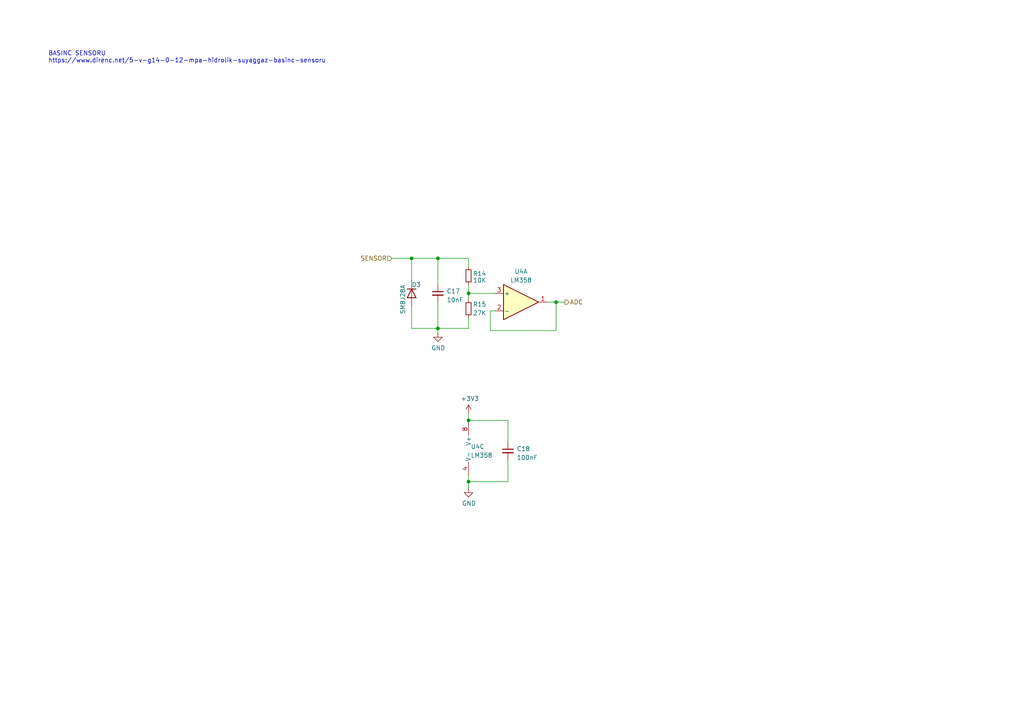
<source format=kicad_sch>
(kicad_sch (version 20230121) (generator eeschema)
  (paper "A4")
  (lib_symbols
    (symbol "Amplifier_Operational:LM358" (pin_names (offset 0.127))
      (property "Reference" "U" (at 0 5.08 0))
      (property "Value" "LM358" (at 0 -5.08 0))
      (symbol "LM358_1_1"
        (polyline (pts (xy -5.08 5.08) (xy 5.08 0) (xy -5.08 -5.08) (xy -5.08 5.08)) (stroke (width 0.254)) (fill (type background)))
        (pin output line (at 7.62 0 180) (length 2.54) (name "~") (number "1"))
        (pin input line (at -7.62 -2.54 0) (length 2.54) (name "-") (number "2"))
        (pin input line (at -7.62 2.54 0) (length 2.54) (name "+") (number "3"))
      )
      (symbol "LM358_2_1"
        (polyline (pts (xy -5.08 5.08) (xy 5.08 0) (xy -5.08 -5.08) (xy -5.08 5.08)) (stroke (width 0.254)) (fill (type background)))
        (pin input line (at -7.62 2.54 0) (length 2.54) (name "+") (number "5"))
        (pin input line (at -7.62 -2.54 0) (length 2.54) (name "-") (number "6"))
        (pin output line (at 7.62 0 180) (length 2.54) (name "~") (number "7"))
      )
      (symbol "LM358_3_1"
        (pin power_in line (at -2.54 -7.62 90) (length 3.81) (name "V-") (number "4"))
        (pin power_in line (at -2.54 7.62 270) (length 3.81) (name "V+") (number "8"))
      )
    )
    (symbol "Device:C_Small" (pin_numbers hide) (pin_names (offset 0.254) hide)
      (property "Reference" "C" (at 0.254 1.778 0))
      (property "Value" "C_Small" (at 0.254 -2.032 0))
      (symbol "C_Small_0_1"
        (polyline (pts (xy -1.524 -0.508) (xy 1.524 -0.508)) (stroke (width 0.3302)))
        (polyline (pts (xy -1.524 0.508) (xy 1.524 0.508)) (stroke (width 0.3048)))
      )
      (symbol "C_Small_1_1"
        (pin passive line (at 0 2.54 270) (length 2.032) (name "~") (number "1"))
        (pin passive line (at 0 -2.54 90) (length 2.032) (name "~") (number "2"))
      )
    )
    (symbol "Device:D" (pin_numbers hide) (pin_names (offset 1.016) hide)
      (property "Reference" "D" (at 0 2.54 0))
      (property "Value" "D" (at 0 -2.54 0))
      (symbol "D_0_1"
        (polyline (pts (xy -1.27 1.27) (xy -1.27 -1.27)) (stroke (width 0.254)))
        (polyline (pts (xy 1.27 0) (xy -1.27 0)))
        (polyline (pts (xy 1.27 1.27) (xy 1.27 -1.27) (xy -1.27 0) (xy 1.27 1.27)) (stroke (width 0.254)))
      )
      (symbol "D_1_1"
        (pin passive line (at -3.81 0 0) (length 2.54) (name "K") (number "1"))
        (pin passive line (at 3.81 0 180) (length 2.54) (name "A") (number "2"))
      )
    )
    (symbol "Device:R_Small" (pin_numbers hide) (pin_names (offset 0.254) hide)
      (property "Reference" "R" (at 0.762 0.508 0))
      (property "Value" "R_Small" (at 0.762 -1.016 0))
      (symbol "R_Small_0_1"
        (rectangle (start -0.762 1.778) (end 0.762 -1.778) (stroke (width 0.2032)))
      )
      (symbol "R_Small_1_1"
        (pin passive line (at 0 2.54 270) (length 0.762) (name "~") (number "1"))
        (pin passive line (at 0 -2.54 90) (length 0.762) (name "~") (number "2"))
      )
    )
    (symbol "power:+3V3" (power) (pin_names (offset 0))
      (property "Value" "+3V3" (at 0 3.556 0))
      (symbol "+3V3_0_1"
        (polyline (pts (xy -0.762 1.27) (xy 0 2.54)))
        (polyline (pts (xy 0 0) (xy 0 2.54)))
        (polyline (pts (xy 0 2.54) (xy 0.762 1.27)))
      )
      (symbol "+3V3_1_1"
        (pin power_in line (at 0 0 90) (length 0) hide (name "+3V3") (number "1"))
      )
    )
    (symbol "power:GND" (power) (pin_names (offset 0))
      (property "Value" "GND" (at 0 -3.81 0))
      (symbol "GND_0_1"
        (polyline (pts (xy 0 0) (xy 0 -1.27) (xy 1.27 -1.27) (xy 0 -2.54) (xy -1.27 -1.27) (xy 0 -1.27)))
      )
      (symbol "GND_1_1"
        (pin power_in line (at 0 0 270) (length 0) hide (name "GND") (number "1"))
      )
    )
  )
  (junction (at 135.89 121.92))
  (junction (at 127 95.25))
  (junction (at 119.38 74.93))
  (junction (at 135.89 139.7))
  (junction (at 161.29 87.63))
  (junction (at 135.89 85.09))
  (junction (at 127 74.93))
  (wire (pts (xy 127 95.25) (xy 127 96.52)))
  (wire (pts (xy 135.89 120.015) (xy 135.89 121.92)))
  (wire (pts (xy 147.32 121.92) (xy 135.89 121.92)))
  (wire (pts (xy 147.32 139.7) (xy 135.89 139.7)))
  (wire (pts (xy 135.89 92.075) (xy 135.89 95.25)))
  (wire (pts (xy 127 74.93) (xy 135.89 74.93)))
  (wire (pts (xy 119.38 95.25) (xy 127 95.25)))
  (wire (pts (xy 135.89 121.92) (xy 135.89 122.555)))
  (wire (pts (xy 135.89 82.55) (xy 135.89 85.09)))
  (wire (pts (xy 127 74.93) (xy 127 82.55)))
  (wire (pts (xy 127 87.63) (xy 127 95.25)))
  (wire (pts (xy 127 95.25) (xy 135.89 95.25)))
  (wire (pts (xy 135.89 85.09) (xy 135.89 86.995)))
  (wire (pts (xy 147.32 133.35) (xy 147.32 139.7)))
  (wire (pts (xy 135.89 74.93) (xy 135.89 77.47)))
  (wire (pts (xy 135.89 137.795) (xy 135.89 139.7)))
  (wire (pts (xy 113.665 74.93) (xy 119.38 74.93)))
  (wire (pts (xy 161.29 87.63) (xy 163.83 87.63)))
  (wire (pts (xy 135.89 139.7) (xy 135.89 141.605)))
  (wire (pts (xy 135.89 85.09) (xy 143.51 85.09)))
  (wire (pts (xy 119.38 74.93) (xy 127 74.93)))
  (wire (pts (xy 119.38 81.28) (xy 119.38 74.93)))
  (wire (pts (xy 158.75 87.63) (xy 161.29 87.63)))
  (wire (pts (xy 161.29 95.885) (xy 161.29 87.63)))
  (wire (pts (xy 119.38 88.9) (xy 119.38 95.25)))
  (wire (pts (xy 142.24 90.17) (xy 143.51 90.17)))
  (wire (pts (xy 142.24 90.17) (xy 142.24 95.885)))
  (wire (pts (xy 142.24 95.885) (xy 161.29 95.885)))
  (wire (pts (xy 147.32 121.92) (xy 147.32 128.27)))
  (text "BASINC SENSORU\nhttps://www.direnc.net/5-v-g14-0-12-mpa-hidrolik-suyaggaz-basinc-sensoru" (at 13.97 18.415 0) (effects (font (size 1.27 1.27)) (justify left bottom)))
  (hierarchical_label "SENSOR" (shape input) (at 113.665 74.93 180))
  (hierarchical_label "ADC" (shape output) (at 163.83 87.63 0))
  (symbol (lib_id "power:GND") (at 127 96.52 0) (unit 1)
    (property "Reference" "#PWR023" (effects hide))
    (property "Value" "GND" (at 127.127 100.9142 0))
    (instances (project "damlama" (path "" (reference "#PWR023") (unit 1))) (project "damlama" (path "" (reference "#PWR022") (unit 1))))
  )
  (symbol (lib_id "Amplifier_Operational:LM358") (at 138.43 130.175 0) (unit 3)
    (property "Reference" "U4" (at 136.525 129.54 0) (effects (justify left)))
    (property "Value" "LM358" (at 136.525 132.08 0) (effects (justify left)))
    (property "Footprint" "Damlama:SOIC127P599X175-8N" (effects hide))
    (property "Datasheet" "http://www.ti.com/lit/ds/symlink/lm2904-n.pdf" (effects hide))
    (property "DigikeyPN" "296-14601-6-ND" (effects hide))
  )
  (symbol (lib_id "power:GND") (at 135.89 141.605 0) (unit 1)
    (property "Reference" "#PWR025" (effects hide))
    (property "Value" "GND" (at 136.017 145.9992 0))
    (instances (project "damlama" (path "" (reference "#PWR025") (unit 1))) (project "damlama" (path "" (reference "#PWR024") (unit 1))))
  )
  (symbol (lib_id "power:+3V3") (at 135.89 120.015 0) (unit 1)
    (property "Reference" "#PWR024" (effects hide))
    (property "Value" "+3V3" (at 136.271 115.6208 0))
    (instances (project "damlama" (path "" (reference "#PWR024") (unit 1))) (project "damlama" (path "" (reference "#PWR023") (unit 1))))
  )
  (symbol (lib_id "Amplifier_Operational:LM358") (at 151.13 87.63 0) (unit 1)
    (property "Reference" "U4" (at 151.13 78.74 0))
    (property "Value" "LM358" (at 151.13 81.28 0))
    (property "Footprint" "Damlama:SOIC127P599X175-8N" (effects hide))
    (property "Datasheet" "http://www.ti.com/lit/ds/symlink/lm2904-n.pdf" (effects hide))
    (property "DigikeyPN" "296-14601-6-ND" (effects hide))
  )
  (symbol (lib_id "Device:C_Small") (at 147.32 130.81 0) (unit 1)
    (property "Reference" "C18" (at 149.86 130.1813 0) (effects (justify left)))
    (property "Value" "100nF" (at 149.86 132.7213 0) (effects (justify left)))
    (property "Footprint" "Capacitor_SMD:C_0603_1608Metric" (effects hide))
    (property "DigikeyPN" "AC0603KPX7R7BB104" (effects hide))
  )
  (symbol (lib_id "Device:R_Small") (at 135.89 89.535 0) (unit 1)
    (property "Reference" "R15" (at 137.16 88.265 0) (effects (justify left)))
    (property "Value" "27K" (at 137.16 90.805 0) (effects (justify left)))
    (property "Footprint" "Resistor_SMD:R_0603_1608Metric" (effects hide))
    (property "DigikeyPN" "311-27.0KHRDKR-ND" (effects hide))
  )
  (symbol (lib_id "Device:C_Small") (at 127 85.09 0) (unit 1)
    (property "Reference" "C17" (at 129.54 84.4613 0) (effects (justify left)))
    (property "Value" "10nF" (at 129.54 87.0013 0) (effects (justify left)))
    (property "Footprint" "Capacitor_SMD:C_0603_1608Metric" (effects hide))
    (property "DigikeyPN" "311-1085-6-ND" (effects hide))
  )
  (symbol (lib_id "Device:R_Small") (at 135.89 80.01 0) (unit 1)
    (property "Reference" "R14" (at 137.16 79.375 0) (effects (justify left)))
    (property "Value" "10K" (at 137.16 81.28 0) (effects (justify left)))
    (property "Footprint" "Resistor_SMD:R_0603_1608Metric" (effects hide))
    (property "DigikeyPN" "RNCF0603TKY10K0DKR-ND" (effects hide))
  )
  (symbol (lib_id "Device:D") (at 119.38 85.09 270) (unit 1)
    (property "Reference" "D3" (at 119.38 82.55 90) (effects (justify left)))
    (property "Value" "SMBJ28A" (at 116.84 82.55 0) (effects (justify left)))
    (property "Footprint" "Diode_SMD:D_SMB" (effects hide))
    (property "DigikeyPN" "SMBJ28ALFDKR-ND" (effects hide))
    (instances (project "damlama" (path "" (reference "D3") (unit 1))) (project "damlama" (path "" (reference "D2") (unit 1))))
  )
)
</source>
